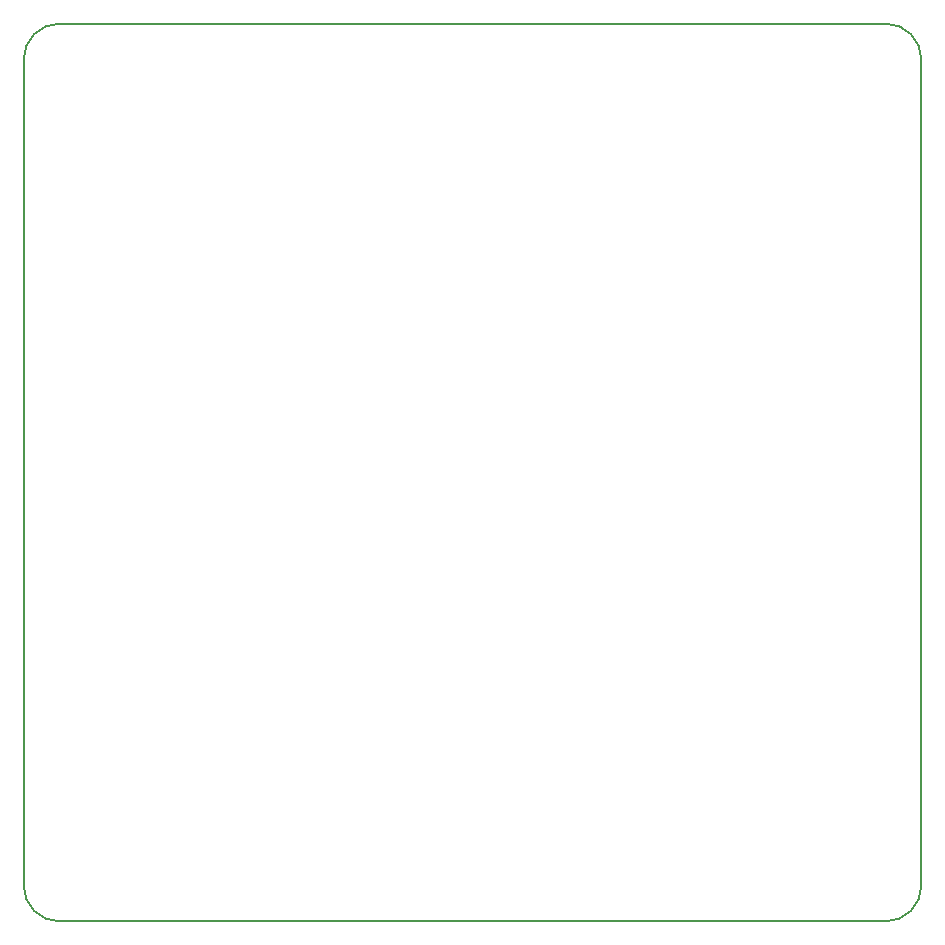
<source format=gbr>
%TF.GenerationSoftware,KiCad,Pcbnew,(5.1.6)-1*%
%TF.CreationDate,2020-07-19T23:04:14+02:00*%
%TF.ProjectId,bedlight-nucleo,6265646c-6967-4687-942d-6e75636c656f,rev?*%
%TF.SameCoordinates,Original*%
%TF.FileFunction,Profile,NP*%
%FSLAX46Y46*%
G04 Gerber Fmt 4.6, Leading zero omitted, Abs format (unit mm)*
G04 Created by KiCad (PCBNEW (5.1.6)-1) date 2020-07-19 23:04:14*
%MOMM*%
%LPD*%
G01*
G04 APERTURE LIST*
%TA.AperFunction,Profile*%
%ADD10C,0.200000*%
%TD*%
G04 APERTURE END LIST*
D10*
X129000000Y-150333334D02*
G75*
G02*
X126000000Y-147333334I0J3000000D01*
G01*
X202000000Y-147333334D02*
G75*
G02*
X199000000Y-150333334I-3000000J0D01*
G01*
X126000000Y-77333334D02*
G75*
G02*
X129000000Y-74333334I3000000J0D01*
G01*
X129000000Y-74333334D02*
X199000000Y-74333334D01*
X199000000Y-150333334D02*
X129000000Y-150333334D01*
X126000000Y-147333334D02*
X126000000Y-77333334D01*
X202000000Y-77333334D02*
X202000000Y-147333334D01*
X199000000Y-74333334D02*
G75*
G02*
X202000000Y-77333334I0J-3000000D01*
G01*
M02*

</source>
